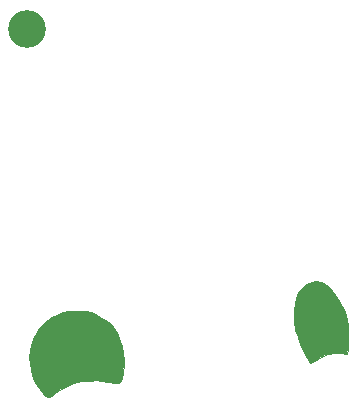
<source format=gbr>
G04 #@! TF.GenerationSoftware,KiCad,Pcbnew,6.0.6-3a73a75311~116~ubuntu21.10.1*
G04 #@! TF.CreationDate,2023-05-20T20:22:18-06:00*
G04 #@! TF.ProjectId,reddit,72656464-6974-42e6-9b69-6361645f7063,rev?*
G04 #@! TF.SameCoordinates,Original*
G04 #@! TF.FileFunction,Soldermask,Top*
G04 #@! TF.FilePolarity,Negative*
%FSLAX46Y46*%
G04 Gerber Fmt 4.6, Leading zero omitted, Abs format (unit mm)*
G04 Created by KiCad (PCBNEW 6.0.6-3a73a75311~116~ubuntu21.10.1) date 2023-05-20 20:22:18*
%MOMM*%
%LPD*%
G01*
G04 APERTURE LIST*
%ADD10C,0.100000*%
%ADD11C,3.200000*%
G04 APERTURE END LIST*
D10*
G36*
X159994600Y-80645000D02*
G01*
X160324800Y-80822800D01*
X160655000Y-81076800D01*
X161061400Y-81534000D01*
X161417000Y-82067400D01*
X161772600Y-82702400D01*
X161975800Y-83210400D01*
X162128200Y-83820000D01*
X162204400Y-84353400D01*
X162280600Y-85090000D01*
X162280600Y-85725000D01*
X162229800Y-86283800D01*
X162179000Y-86715600D01*
X161544000Y-86664800D01*
X161061400Y-86664800D01*
X160578800Y-86741000D01*
X160096200Y-86918800D01*
X159512000Y-87198200D01*
X159029400Y-87477600D01*
X158546800Y-86614000D01*
X158191200Y-85852000D01*
X157911800Y-85039200D01*
X157784800Y-84734400D01*
X157708600Y-83947000D01*
X157708600Y-83083400D01*
X157734000Y-82423000D01*
X157886400Y-81737200D01*
X158165800Y-81305400D01*
X158699200Y-80797400D01*
X159156400Y-80619600D01*
X159537400Y-80568800D01*
X159994600Y-80645000D01*
G37*
X159994600Y-80645000D02*
X160324800Y-80822800D01*
X160655000Y-81076800D01*
X161061400Y-81534000D01*
X161417000Y-82067400D01*
X161772600Y-82702400D01*
X161975800Y-83210400D01*
X162128200Y-83820000D01*
X162204400Y-84353400D01*
X162280600Y-85090000D01*
X162280600Y-85725000D01*
X162229800Y-86283800D01*
X162179000Y-86715600D01*
X161544000Y-86664800D01*
X161061400Y-86664800D01*
X160578800Y-86741000D01*
X160096200Y-86918800D01*
X159512000Y-87198200D01*
X159029400Y-87477600D01*
X158546800Y-86614000D01*
X158191200Y-85852000D01*
X157911800Y-85039200D01*
X157784800Y-84734400D01*
X157708600Y-83947000D01*
X157708600Y-83083400D01*
X157734000Y-82423000D01*
X157886400Y-81737200D01*
X158165800Y-81305400D01*
X158699200Y-80797400D01*
X159156400Y-80619600D01*
X159537400Y-80568800D01*
X159994600Y-80645000D01*
G36*
X140131800Y-83108800D02*
G01*
X140716000Y-83261200D01*
X141274800Y-83566000D01*
X141808200Y-83896200D01*
X142240000Y-84277200D01*
X142595600Y-84785200D01*
X142773400Y-85115400D01*
X142976600Y-85598000D01*
X143103600Y-86055200D01*
X143205200Y-86664800D01*
X143256000Y-87274400D01*
X143256000Y-87680800D01*
X143230600Y-88265000D01*
X143078200Y-88747600D01*
X142900400Y-89077800D01*
X142748000Y-89204800D01*
X142494000Y-89179400D01*
X142011400Y-89103200D01*
X141300200Y-88976200D01*
X140868400Y-88950800D01*
X140385800Y-88976200D01*
X139725400Y-89027000D01*
X139268200Y-89128600D01*
X138760200Y-89306400D01*
X138125200Y-89585800D01*
X137541000Y-89941400D01*
X137236200Y-90195400D01*
X136931400Y-90347800D01*
X136626600Y-90297000D01*
X136347200Y-89916000D01*
X135839200Y-89281000D01*
X135610600Y-88798400D01*
X135432800Y-88061800D01*
X135305800Y-87452200D01*
X135255000Y-87020400D01*
X135280400Y-86512400D01*
X135382000Y-86029800D01*
X135559800Y-85496400D01*
X135788400Y-85013800D01*
X136017000Y-84658200D01*
X136347200Y-84251800D01*
X136804400Y-83845400D01*
X137210800Y-83566000D01*
X137617200Y-83388200D01*
X138099800Y-83210400D01*
X138633200Y-83108800D01*
X139166600Y-83058000D01*
X139725400Y-83058000D01*
X140131800Y-83108800D01*
G37*
X140131800Y-83108800D02*
X140716000Y-83261200D01*
X141274800Y-83566000D01*
X141808200Y-83896200D01*
X142240000Y-84277200D01*
X142595600Y-84785200D01*
X142773400Y-85115400D01*
X142976600Y-85598000D01*
X143103600Y-86055200D01*
X143205200Y-86664800D01*
X143256000Y-87274400D01*
X143256000Y-87680800D01*
X143230600Y-88265000D01*
X143078200Y-88747600D01*
X142900400Y-89077800D01*
X142748000Y-89204800D01*
X142494000Y-89179400D01*
X142011400Y-89103200D01*
X141300200Y-88976200D01*
X140868400Y-88950800D01*
X140385800Y-88976200D01*
X139725400Y-89027000D01*
X139268200Y-89128600D01*
X138760200Y-89306400D01*
X138125200Y-89585800D01*
X137541000Y-89941400D01*
X137236200Y-90195400D01*
X136931400Y-90347800D01*
X136626600Y-90297000D01*
X136347200Y-89916000D01*
X135839200Y-89281000D01*
X135610600Y-88798400D01*
X135432800Y-88061800D01*
X135305800Y-87452200D01*
X135255000Y-87020400D01*
X135280400Y-86512400D01*
X135382000Y-86029800D01*
X135559800Y-85496400D01*
X135788400Y-85013800D01*
X136017000Y-84658200D01*
X136347200Y-84251800D01*
X136804400Y-83845400D01*
X137210800Y-83566000D01*
X137617200Y-83388200D01*
X138099800Y-83210400D01*
X138633200Y-83108800D01*
X139166600Y-83058000D01*
X139725400Y-83058000D01*
X140131800Y-83108800D01*
D11*
X135102600Y-59182000D03*
M02*

</source>
